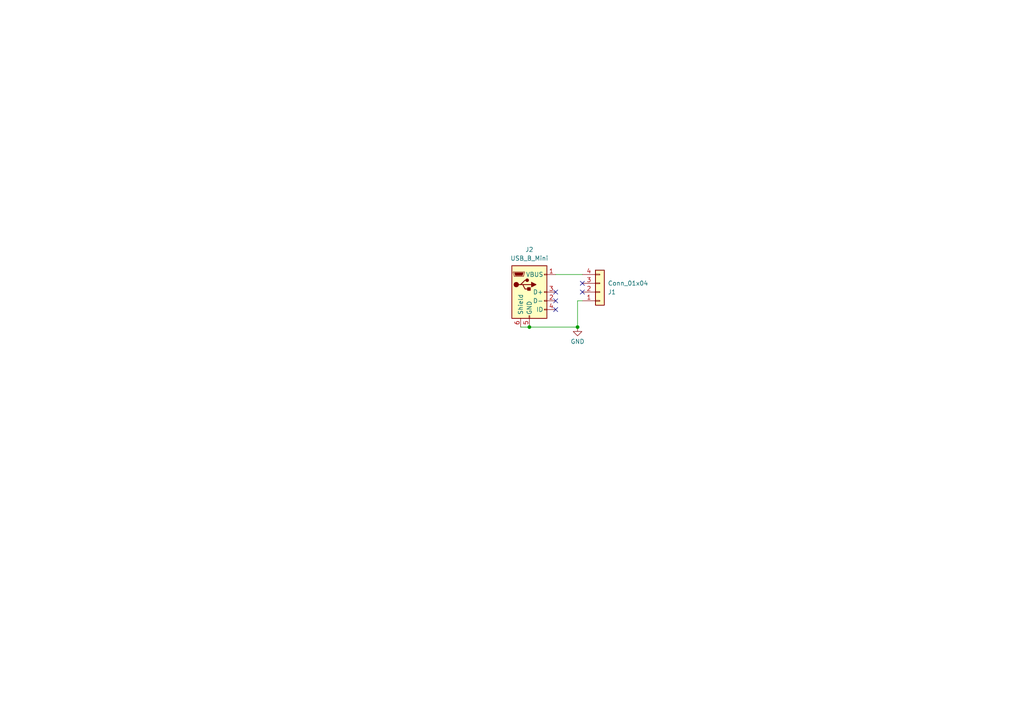
<source format=kicad_sch>
(kicad_sch (version 20230121) (generator eeschema)
  (paper "A4")
  (lib_symbols
    (symbol "Connector:USB_B_Mini" (pin_names (offset 1.016))
      (property "Reference" "J" (at -5.08 11.43 0))
      (property "Value" "USB_B_Mini" (at -5.08 8.89 0))
      (symbol "USB_B_Mini_0_1"
        (rectangle (start -5.08 -7.62) (end 5.08 7.62) (stroke (width 0.254)) (fill (type background)))
        (circle (center -3.81 2.159) (radius 0.635) (stroke (width 0.254)) (fill (type outline)))
        (circle (center -0.635 3.429) (radius 0.381) (stroke (width 0.254)) (fill (type outline)))
        (rectangle (start -0.127 -7.62) (end 0.127 -6.858))
        (polyline (pts (xy -1.905 2.159) (xy 0.635 2.159)) (stroke (width 0.254)))
        (polyline (pts (xy -3.175 2.159) (xy -2.54 2.159) (xy -1.27 3.429) (xy -0.635 3.429)) (stroke (width 0.254)))
        (polyline (pts (xy -2.54 2.159) (xy -1.905 2.159) (xy -1.27 0.889) (xy 0 0.889)) (stroke (width 0.254)))
        (polyline (pts (xy 0.635 2.794) (xy 0.635 1.524) (xy 1.905 2.159) (xy 0.635 2.794)) (stroke (width 0.254)) (fill (type outline)))
        (polyline (pts (xy -4.318 5.588) (xy -1.778 5.588) (xy -2.032 4.826) (xy -4.064 4.826) (xy -4.318 5.588)) (fill (type outline)))
        (polyline (pts (xy -4.699 5.842) (xy -4.699 5.588) (xy -4.445 4.826) (xy -4.445 4.572) (xy -1.651 4.572) (xy -1.651 4.826) (xy -1.397 5.588) (xy -1.397 5.842) (xy -4.699 5.842)))
        (rectangle (start 0.254 1.27) (end -0.508 0.508) (stroke (width 0.254)) (fill (type outline)))
        (rectangle (start 5.08 -5.207) (end 4.318 -4.953))
        (rectangle (start 5.08 -2.667) (end 4.318 -2.413))
        (rectangle (start 5.08 -0.127) (end 4.318 0.127))
        (rectangle (start 5.08 4.953) (end 4.318 5.207))
      )
      (symbol "USB_B_Mini_1_1"
        (pin power_out line (at 7.62 5.08 180) (length 2.54) (name "VBUS") (number "1"))
        (pin bidirectional line (at 7.62 -2.54 180) (length 2.54) (name "D-") (number "2"))
        (pin bidirectional line (at 7.62 0 180) (length 2.54) (name "D+") (number "3"))
        (pin passive line (at 7.62 -5.08 180) (length 2.54) (name "ID") (number "4"))
        (pin power_out line (at 0 -10.16 90) (length 2.54) (name "GND") (number "5"))
        (pin passive line (at -2.54 -10.16 90) (length 2.54) (name "Shield") (number "6"))
      )
    )
    (symbol "Connector_Generic:Conn_01x04" (pin_names (offset 1.016) hide)
      (property "Reference" "J" (at 0 5.08 0))
      (property "Value" "Conn_01x04" (at 0 -7.62 0))
      (symbol "Conn_01x04_1_1"
        (rectangle (start -1.27 -4.953) (end 0 -5.207) (stroke (width 0.1524)))
        (rectangle (start -1.27 -2.413) (end 0 -2.667) (stroke (width 0.1524)))
        (rectangle (start -1.27 0.127) (end 0 -0.127) (stroke (width 0.1524)))
        (rectangle (start -1.27 2.667) (end 0 2.413) (stroke (width 0.1524)))
        (rectangle (start -1.27 3.81) (end 1.27 -6.35) (stroke (width 0.254)) (fill (type background)))
        (pin passive line (at -5.08 2.54 0) (length 3.81) (name "Pin_1") (number "1"))
        (pin passive line (at -5.08 0 0) (length 3.81) (name "Pin_2") (number "2"))
        (pin passive line (at -5.08 -2.54 0) (length 3.81) (name "Pin_3") (number "3"))
        (pin passive line (at -5.08 -5.08 0) (length 3.81) (name "Pin_4") (number "4"))
      )
    )
    (symbol "power:GND" (power) (pin_names (offset 0))
      (property "Value" "GND" (at 0 -3.81 0))
      (symbol "GND_0_1"
        (polyline (pts (xy 0 0) (xy 0 -1.27) (xy 1.27 -1.27) (xy 0 -2.54) (xy -1.27 -1.27) (xy 0 -1.27)))
      )
      (symbol "GND_1_1"
        (pin power_in line (at 0 0 270) (length 0) hide (name "GND") (number "1"))
      )
    )
  )
  (junction (at 153.543 94.869))
  (junction (at 167.513 94.869))
  (no_connect (at 168.91 82.169))
  (no_connect (at 168.91 84.709))
  (no_connect (at 161.163 89.789))
  (no_connect (at 161.163 87.249))
  (no_connect (at 161.163 84.709))
  (wire (pts (xy 153.543 94.869) (xy 167.513 94.869)))
  (wire (pts (xy 167.513 94.869) (xy 167.513 87.249)))
  (wire (pts (xy 151.003 94.869) (xy 153.543 94.869)))
  (wire (pts (xy 161.163 79.629) (xy 168.91 79.629)))
  (wire (pts (xy 167.513 87.249) (xy 168.91 87.249)))
  (symbol (lib_id "power:GND") (at 167.513 94.869 0) (unit 1)
    (property "Reference" "#PWR01" (effects hide))
    (property "Value" "GND" (at 167.513 99.06 0))
  )
  (symbol (lib_id "Connector_Generic:Conn_01x04") (at 173.99 84.709 0) (mirror x) (unit 1)
    (property "Reference" "J1" (at 176.276 84.709 0) (effects (justify left)))
    (property "Value" "Conn_01x04" (at 176.276 82.169 0) (effects (justify left)))
    (property "Footprint" "Connector_Vintage:colecovision_pcb_male" (effects hide))
  )
  (symbol (lib_id "Connector:USB_B_Mini") (at 153.543 84.709 0) (unit 1)
    (property "Reference" "J2" (at 153.543 72.39 0))
    (property "Value" "USB_B_Mini" (at 153.543 74.93 0))
    (property "Footprint" "Connector_USB:USB_Micro-B_GCT_USB3076-30-A" (effects hide))
  )
)
</source>
